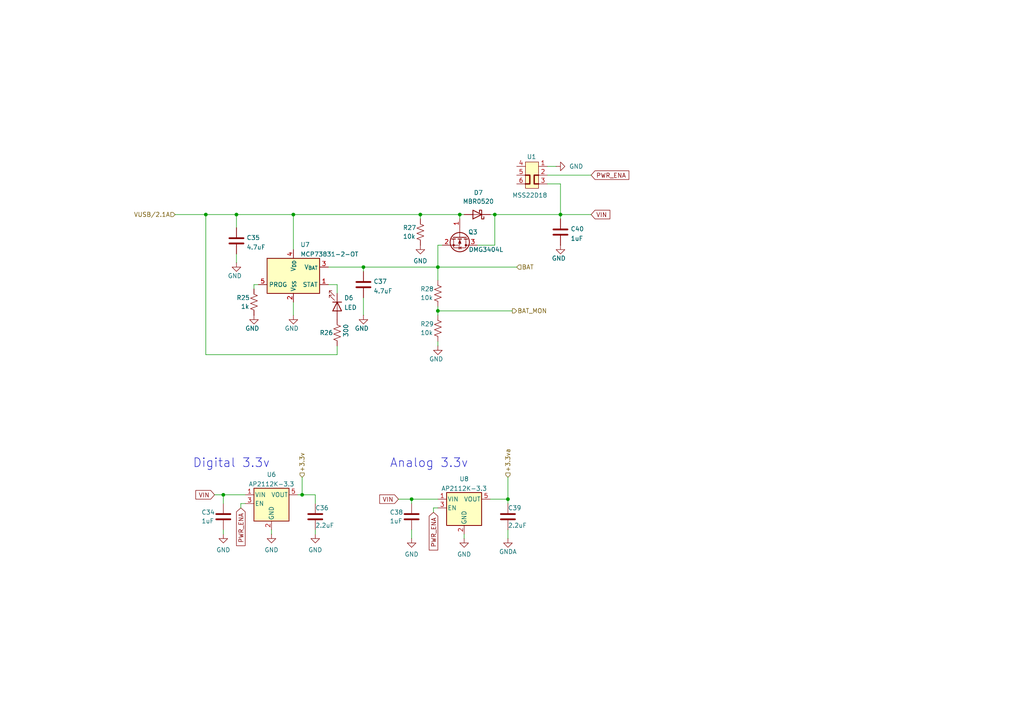
<source format=kicad_sch>
(kicad_sch (version 20250114) (generator "eeschema") (generator_version "9.0")
  (paper "A4")
  (title_block (title "Power supply") (date "2024-10-17") (rev "1") (company "MIREA/Rf-lab.org"))
  (lib_symbols
    (symbol "Battery_Management:MCP73831-2-OT"
      (property "Reference" "U" (at -7.62 6.35 0))
      (property "Value" "MCP73831-2-OT" (at 1.27 6.35 0))
      (symbol "MCP73831-2-OT_0_1"
        (rectangle (start -7.62 5.08) (end 7.62 -5.08) (stroke (width 0.254)) (fill (type background)))
      )
      (symbol "MCP73831-2-OT_1_1"
        (pin input line (at -10.16 -2.54 0) (length 2.54) (name "PROG") (number "5"))
        (pin power_in line (at 0 7.62 270) (length 2.54) (name "V_{DD}") (number "4"))
        (pin power_in line (at 0 -7.62 90) (length 2.54) (name "V_{SS}") (number "2"))
        (pin power_out line (at 10.16 2.54 180) (length 2.54) (name "V_{BAT}") (number "3"))
        (pin tri_state line (at 10.16 -2.54 180) (length 2.54) (name "STAT") (number "1"))
      )
    )
    (symbol "Device:C" (pin_numbers (hide yes)) (pin_names (offset 0.254))
      (property "Reference" "C" (at 0.635 2.54 0))
      (property "Value" "C" (at 0.635 -2.54 0))
      (symbol "C_0_1"
        (polyline (pts (xy -2.032 0.762) (xy 2.032 0.762)) (stroke (width 0.508)))
        (polyline (pts (xy -2.032 -0.762) (xy 2.032 -0.762)) (stroke (width 0.508)))
      )
      (symbol "C_1_1"
        (pin passive line (at 0 3.81 270) (length 2.794) (name "~") (number "1"))
        (pin passive line (at 0 -3.81 90) (length 2.794) (name "~") (number "2"))
      )
    )
    (symbol "Device:LED" (pin_numbers (hide yes)) (pin_names (offset 1.016) (hide yes))
      (property "Reference" "D" (at 0 2.54 0))
      (property "Value" "LED" (at 0 -2.54 0))
      (symbol "LED_0_1"
        (polyline (pts (xy -3.048 -0.762) (xy -4.572 -2.286) (xy -3.81 -2.286) (xy -4.572 -2.286) (xy -4.572 -1.524)))
        (polyline (pts (xy -1.778 -0.762) (xy -3.302 -2.286) (xy -2.54 -2.286) (xy -3.302 -2.286) (xy -3.302 -1.524)))
        (polyline (pts (xy -1.27 0) (xy 1.27 0)))
        (polyline (pts (xy -1.27 -1.27) (xy -1.27 1.27)) (stroke (width 0.254)))
        (polyline (pts (xy 1.27 -1.27) (xy 1.27 1.27) (xy -1.27 0) (xy 1.27 -1.27)) (stroke (width 0.254)))
      )
      (symbol "LED_1_1"
        (pin passive line (at -3.81 0 0) (length 2.54) (name "K") (number "1"))
        (pin passive line (at 3.81 0 180) (length 2.54) (name "A") (number "2"))
      )
    )
    (symbol "Device:R_US" (pin_numbers (hide yes)) (pin_names (offset 0))
      (property "Reference" "R" (at 2.54 0 90))
      (property "Value" "R_US" (at -2.54 0 90))
      (symbol "R_US_0_1"
        (polyline (pts (xy 0 2.286) (xy 0 2.54)))
        (polyline (pts (xy 0 2.286) (xy 1.016 1.905) (xy 0 1.524) (xy -1.016 1.143) (xy 0 0.762)))
        (polyline (pts (xy 0 0.762) (xy 1.016 0.381) (xy 0 0) (xy -1.016 -0.381) (xy 0 -0.762)))
        (polyline (pts (xy 0 -0.762) (xy 1.016 -1.143) (xy 0 -1.524) (xy -1.016 -1.905) (xy 0 -2.286)))
        (polyline (pts (xy 0 -2.286) (xy 0 -2.54)))
      )
      (symbol "R_US_1_1"
        (pin passive line (at 0 3.81 270) (length 1.27) (name "~") (number "1"))
        (pin passive line (at 0 -3.81 90) (length 1.27) (name "~") (number "2"))
      )
    )
    (symbol "Diode:MBR0520" (pin_numbers (hide yes)) (pin_names (offset 1.016) (hide yes))
      (property "Reference" "D" (at 0 2.54 0))
      (property "Value" "MBR0520" (at 0 -2.54 0))
      (symbol "MBR0520_0_1"
        (polyline (pts (xy -1.905 0.635) (xy -1.905 1.27) (xy -1.27 1.27) (xy -1.27 -1.27) (xy -0.635 -1.27) (xy -0.635 -0.635)) (stroke (width 0.254)))
        (polyline (pts (xy 1.27 1.27) (xy 1.27 -1.27) (xy -1.27 0) (xy 1.27 1.27)) (stroke (width 0.254)))
        (polyline (pts (xy 1.27 0) (xy -1.27 0)))
      )
      (symbol "MBR0520_1_1"
        (pin passive line (at -3.81 0 0) (length 2.54) (name "K") (number "1"))
        (pin passive line (at 3.81 0 180) (length 2.54) (name "A") (number "2"))
      )
    )
    (symbol "Regulator_Linear:AP2112K-3.3" (pin_names (offset 0.254))
      (property "Reference" "U" (at -5.08 5.715 0))
      (property "Value" "AP2112K-3.3" (at 0 5.715 0))
      (symbol "AP2112K-3.3_0_1"
        (rectangle (start -5.08 4.445) (end 5.08 -5.08) (stroke (width 0.254)) (fill (type background)))
      )
      (symbol "AP2112K-3.3_1_1"
        (pin power_in line (at -7.62 2.54 0) (length 2.54) (name "VIN") (number "1"))
        (pin input line (at -7.62 0 0) (length 2.54) (name "EN") (number "3"))
        (pin power_in line (at 0 -7.62 90) (length 2.54) (name "GND") (number "2"))
        (pin no_connect line (at 5.08 0 180) (length 2.54) (hide yes) (name "NC") (number "4"))
        (pin power_out line (at 7.62 2.54 180) (length 2.54) (name "VOUT") (number "5"))
      )
    )
    (symbol "Transistor_FET:DMG3404L" (pin_names (offset 0) (hide yes))
      (property "Reference" "Q" (at 5.08 1.905 0))
      (property "Value" "DMG3404L" (at 5.08 0 0))
      (symbol "DMG3404L_0_1"
        (polyline (pts (xy 0.254 1.905) (xy 0.254 -1.905)) (stroke (width 0.254)))
        (polyline (pts (xy 0.254 0) (xy -2.54 0)))
        (polyline (pts (xy 0.762 2.286) (xy 0.762 1.27)) (stroke (width 0.254)))
        (polyline (pts (xy 0.762 0.508) (xy 0.762 -0.508)) (stroke (width 0.254)))
        (polyline (pts (xy 0.762 -1.27) (xy 0.762 -2.286)) (stroke (width 0.254)))
        (polyline (pts (xy 0.762 -1.778) (xy 3.302 -1.778) (xy 3.302 1.778) (xy 0.762 1.778)))
        (polyline (pts (xy 1.016 0) (xy 2.032 0.381) (xy 2.032 -0.381) (xy 1.016 0)) (fill (type outline)))
        (circle (center 1.651 0) (radius 2.794) (stroke (width 0.254)))
        (polyline (pts (xy 2.54 2.54) (xy 2.54 1.778)))
        (circle (center 2.54 1.778) (radius 0.254) (fill (type outline)))
        (circle (center 2.54 -1.778) (radius 0.254) (fill (type outline)))
        (polyline (pts (xy 2.54 -2.54) (xy 2.54 0) (xy 0.762 0)))
        (polyline (pts (xy 2.921 0.381) (xy 3.683 0.381)))
        (polyline (pts (xy 3.302 0.381) (xy 2.921 -0.254) (xy 3.683 -0.254) (xy 3.302 0.381)))
      )
      (symbol "DMG3404L_1_1"
        (pin input line (at -5.08 0 0) (length 2.54) (name "G") (number "1"))
        (pin passive line (at 2.54 5.08 270) (length 2.54) (name "D") (number "3"))
        (pin passive line (at 2.54 -5.08 90) (length 2.54) (name "S") (number "2"))
      )
    )
    (symbol "myocell_s3:MSS22D18"
      (property "Reference" "U" (at -4.826 -0.762 0))
      (property "Value" "MSS22D18" (at 9.144 -0.508 0))
      (symbol "MSS22D18_1_1"
        (rectangle (start -3.81 1.27) (end 3.81 -2.54) (fill (type color) (color 255 255 194 1)))
        (polyline (pts (xy 0 1.27) (xy 0 0) (xy 2.54 0) (xy 2.54 1.27)) (stroke (width 0.381)))
        (polyline (pts (xy 0 -2.54) (xy 0 -1.27) (xy 2.54 -1.27) (xy 2.54 -2.54)) (stroke (width 0.381)))
        (pin input line (at -2.54 3.81 270) (length 2.54) (name "") (number "1"))
        (pin input line (at -2.54 -5.08 90) (length 2.54) (name "") (number "4"))
        (pin input line (at 0 3.81 270) (length 2.54) (name "") (number "2"))
        (pin input line (at 0 -5.08 90) (length 2.54) (name "") (number "5"))
        (pin input line (at 2.54 3.81 270) (length 2.54) (name "") (number "3"))
        (pin input line (at 2.54 -5.08 90) (length 2.54) (name "") (number "6"))
      )
    )
    (symbol "power:GND" (power) (pin_numbers (hide yes)) (pin_names (offset 0) (hide yes))
      (property "Value" "GND" (at 0 -3.81 0))
      (symbol "GND_0_1"
        (polyline (pts (xy 0 0) (xy 0 -1.27) (xy 1.27 -1.27) (xy 0 -2.54) (xy -1.27 -1.27) (xy 0 -1.27)))
      )
      (symbol "GND_1_1"
        (pin power_in line (at 0 0 270) (length 0) (name "~") (number "1"))
      )
    )
    (symbol "power:GNDA" (power) (pin_numbers (hide yes)) (pin_names (offset 0) (hide yes))
      (property "Value" "GNDA" (at 0 -3.81 0))
      (symbol "GNDA_0_1"
        (polyline (pts (xy 0 0) (xy 0 -1.27) (xy 1.27 -1.27) (xy 0 -2.54) (xy -1.27 -1.27) (xy 0 -1.27)))
      )
      (symbol "GNDA_1_1"
        (pin power_in line (at 0 0 270) (length 0) (name "~") (number "1"))
      )
    )
  )
  (text "Analog 3.3v" (at 113.03 135.89 0) (effects (font (size 2.54 2.54)) (justify left bottom)))
  (text "Digital 3.3v" (at 55.88 135.89 0) (effects (font (size 2.54 2.54)) (justify left bottom)))
  (junction (at 68.58 62.23))
  (junction (at 147.32 144.78))
  (junction (at 85.09 62.23))
  (junction (at 64.77 143.51))
  (junction (at 59.69 62.23))
  (junction (at 127 77.47))
  (junction (at 143.51 62.23))
  (junction (at 162.56 62.23))
  (junction (at 127 90.17))
  (junction (at 87.63 143.51))
  (junction (at 119.38 144.78))
  (junction (at 121.92 62.23))
  (junction (at 105.41 77.47))
  (junction (at 133.35 62.23))
  (wire (pts (xy 127 77.47) (xy 127 71.12)))
  (wire (pts (xy 162.56 62.23) (xy 171.45 62.23)))
  (wire (pts (xy 158.75 48.26) (xy 161.29 48.26)))
  (wire (pts (xy 105.41 86.36) (xy 105.41 91.44)))
  (wire (pts (xy 125.73 148.59) (xy 125.73 147.32)))
  (wire (pts (xy 147.32 153.67) (xy 147.32 156.21)))
  (wire (pts (xy 62.23 143.51) (xy 64.77 143.51)))
  (wire (pts (xy 127 90.17) (xy 127 91.44)))
  (wire (pts (xy 97.79 82.55) (xy 97.79 85.09)))
  (wire (pts (xy 59.69 62.23) (xy 68.58 62.23)))
  (wire (pts (xy 134.62 156.21) (xy 134.62 154.94)))
  (wire (pts (xy 68.58 62.23) (xy 85.09 62.23)))
  (wire (pts (xy 147.32 138.43) (xy 147.32 144.78)))
  (wire (pts (xy 68.58 66.04) (xy 68.58 62.23)))
  (wire (pts (xy 119.38 144.78) (xy 119.38 146.05)))
  (wire (pts (xy 85.09 62.23) (xy 85.09 72.39)))
  (wire (pts (xy 143.51 62.23) (xy 162.56 62.23)))
  (wire (pts (xy 133.35 63.5) (xy 133.35 62.23)))
  (wire (pts (xy 119.38 153.67) (xy 119.38 156.21)))
  (wire (pts (xy 87.63 138.43) (xy 87.63 143.51)))
  (wire (pts (xy 69.85 147.32) (xy 69.85 146.05)))
  (wire (pts (xy 119.38 144.78) (xy 127 144.78)))
  (wire (pts (xy 158.75 50.8) (xy 171.45 50.8)))
  (wire (pts (xy 64.77 143.51) (xy 71.12 143.51)))
  (wire (pts (xy 64.77 143.51) (xy 64.77 146.05)))
  (wire (pts (xy 147.32 144.78) (xy 147.32 146.05)))
  (wire (pts (xy 69.85 146.05) (xy 71.12 146.05)))
  (wire (pts (xy 162.56 62.23) (xy 162.56 63.5)))
  (wire (pts (xy 91.44 153.67) (xy 91.44 154.94)))
  (wire (pts (xy 105.41 78.74) (xy 105.41 77.47)))
  (wire (pts (xy 105.41 77.47) (xy 127 77.47)))
  (wire (pts (xy 97.79 102.87) (xy 59.69 102.87)))
  (wire (pts (xy 127 77.47) (xy 149.86 77.47)))
  (wire (pts (xy 143.51 62.23) (xy 143.51 71.12)))
  (wire (pts (xy 74.93 82.55) (xy 73.66 82.55)))
  (wire (pts (xy 147.32 144.78) (xy 142.24 144.78)))
  (wire (pts (xy 97.79 100.33) (xy 97.79 102.87)))
  (wire (pts (xy 73.66 82.55) (xy 73.66 83.82)))
  (wire (pts (xy 128.27 71.12) (xy 127 71.12)))
  (wire (pts (xy 127 100.33) (xy 127 99.06)))
  (wire (pts (xy 158.75 53.34) (xy 162.56 53.34)))
  (wire (pts (xy 125.73 147.32) (xy 127 147.32)))
  (wire (pts (xy 121.92 62.23) (xy 133.35 62.23)))
  (wire (pts (xy 91.44 146.05) (xy 91.44 143.51)))
  (wire (pts (xy 50.8 62.23) (xy 59.69 62.23)))
  (wire (pts (xy 64.77 153.67) (xy 64.77 154.94)))
  (wire (pts (xy 142.24 62.23) (xy 143.51 62.23)))
  (wire (pts (xy 143.51 71.12) (xy 138.43 71.12)))
  (wire (pts (xy 68.58 73.66) (xy 68.58 76.2)))
  (wire (pts (xy 86.36 143.51) (xy 87.63 143.51)))
  (wire (pts (xy 91.44 143.51) (xy 87.63 143.51)))
  (wire (pts (xy 127 81.28) (xy 127 77.47)))
  (wire (pts (xy 162.56 53.34) (xy 162.56 62.23)))
  (wire (pts (xy 59.69 102.87) (xy 59.69 62.23)))
  (wire (pts (xy 121.92 63.5) (xy 121.92 62.23)))
  (wire (pts (xy 115.57 144.78) (xy 119.38 144.78)))
  (wire (pts (xy 85.09 62.23) (xy 121.92 62.23)))
  (wire (pts (xy 133.35 62.23) (xy 134.62 62.23)))
  (wire (pts (xy 95.25 82.55) (xy 97.79 82.55)))
  (wire (pts (xy 127 88.9) (xy 127 90.17)))
  (wire (pts (xy 85.09 87.63) (xy 85.09 91.44)))
  (wire (pts (xy 95.25 77.47) (xy 105.41 77.47)))
  (wire (pts (xy 78.74 154.94) (xy 78.74 153.67)))
  (wire (pts (xy 148.59 90.17) (xy 127 90.17)))
  (global_label "VIN" (shape input) (at 171.45 62.23 0) (property "Intersheetrefs" "${INTERSHEET_REFS}" (effects (hide yes))))
  (global_label "VIN" (shape input) (at 62.23 143.51 180) (property "Intersheetrefs" "${INTERSHEET_REFS}" (effects (hide yes))))
  (global_label "PWR_ENA" (shape input) (at 125.73 148.59 270) (property "Intersheetrefs" "${INTERSHEET_REFS}" (effects (hide yes))))
  (global_label "PWR_ENA" (shape input) (at 171.45 50.8 0) (property "Intersheetrefs" "${INTERSHEET_REFS}" (effects (hide yes))))
  (global_label "PWR_ENA" (shape input) (at 69.85 147.32 270) (property "Intersheetrefs" "${INTERSHEET_REFS}" (effects (hide yes))))
  (global_label "VIN" (shape input) (at 115.57 144.78 180) (property "Intersheetrefs" "${INTERSHEET_REFS}" (effects (hide yes))))
  (hierarchical_label "+3.3va" (shape input) (at 147.32 138.43 90))
  (hierarchical_label "BAT" (shape input) (at 149.86 77.47 0))
  (hierarchical_label "BAT_MON" (shape output) (at 148.59 90.17 0))
  (hierarchical_label "VUSB{slash}2.1A" (shape input) (at 50.8 62.23 180))
  (hierarchical_label "+3.3v" (shape input) (at 87.63 138.43 90))
  (symbol (lib_id "Device:R_US") (at 127 85.09 180) (unit 1)
    (property "Reference" "R28" (at 121.92 83.82 0) (effects (justify right)))
    (property "Value" "10k" (at 121.92 86.36 0) (effects (justify right)))
    (property "Footprint" "Resistor_SMD:R_0805_2012Metric_Pad1.20x1.40mm_HandSolder" (effects (hide yes)))
    (property "Description" "Resistor, US symbol" (effects (hide yes)))
    (instances (project "myocell2" (path "" (reference "R28") (unit 1))) (project "myocell2" (path "" (reference "R?") (unit 1))) (project "ADS1292EMG2x" (path "" (reference "R?") (unit 1))))
  )
  (symbol (lib_id "Regulator_Linear:AP2112K-3.3") (at 134.62 147.32 0) (unit 1)
    (property "Reference" "U8" (at 134.62 138.9085 0))
    (property "Value" "AP2112K-3.3" (at 134.62 141.6836 0))
    (property "Footprint" "Package_TO_SOT_SMD:SOT-23-5" (effects (hide yes)))
    (property "Datasheet" "https://www.diodes.com/assets/Datasheets/AP2112.pdf" (effects (hide yes)))
    (property "Description" "600mA low dropout linear regulator, with enable pin, 3.8V-6V input voltage range, 3.3V fixed positive output, SOT-23-5" (effects (hide yes)))
    (instances (project "myocell2" (path "" (reference "U8") (unit 1))) (project "myocell2" (path "" (reference "U?") (unit 1))) (project "ADS1292EMG2x" (path "" (reference "U?") (unit 1))))
  )
  (symbol (lib_id "power:GND") (at 73.66 91.44 0) (unit 1)
    (property "Reference" "#PWR066" (effects (hide yes)))
    (property "Value" "GND" (at 71.12 95.25 0) (effects (justify left)))
    (property "Description" "Power symbol creates a global label with name \"GND\" , ground" (effects (hide yes)))
    (instances (project "myocell2" (path "" (reference "#PWR066") (unit 1))) (project "myocell2" (path "" (reference "#PWR?") (unit 1))) (project "ADS1292EMG2x" (path "" (reference "#PWR?") (unit 1))))
  )
  (symbol (lib_id "Device:C") (at 105.41 82.55 0) (unit 1)
    (property "Reference" "C37" (at 108.331 81.6415 0) (effects (justify left)))
    (property "Value" "4.7uF" (at 108.331 84.4166 0) (effects (justify left)))
    (property "Footprint" "Capacitor_SMD:C_0805_2012Metric_Pad1.18x1.45mm_HandSolder" (effects (hide yes)))
    (property "Description" "Unpolarized capacitor" (effects (hide yes)))
    (instances (project "myocell2" (path "" (reference "C37") (unit 1))) (project "myocell2" (path "" (reference "C?") (unit 1))) (project "ADS1292EMG2x" (path "" (reference "C?") (unit 1))))
  )
  (symbol (lib_id "power:GND") (at 162.56 71.12 0) (unit 1)
    (property "Reference" "#PWR077" (effects (hide yes)))
    (property "Value" "GND" (at 160.02 74.93 0) (effects (justify left)))
    (property "Description" "Power symbol creates a global label with name \"GND\" , ground" (effects (hide yes)))
    (instances (project "myocell2" (path "" (reference "#PWR077") (unit 1))) (project "myocell2" (path "" (reference "#PWR?") (unit 1))) (project "ADS1292EMG2x" (path "" (reference "#PWR?") (unit 1))))
  )
  (symbol (lib_id "power:GND") (at 78.74 154.94 0) (unit 1)
    (property "Reference" "#PWR067" (effects (hide yes)))
    (property "Value" "GND" (at 78.74 159.5025 0))
    (property "Description" "Power symbol creates a global label with name \"GND\" , ground" (effects (hide yes)))
    (instances (project "myocell2" (path "" (reference "#PWR067") (unit 1))) (project "myocell2" (path "" (reference "#PWR?") (unit 1))) (project "ADS1292EMG2x" (path "" (reference "#PWR?") (unit 1))))
  )
  (symbol (lib_id "Device:R_US") (at 127 95.25 180) (unit 1)
    (property "Reference" "R29" (at 121.92 93.98 0) (effects (justify right)))
    (property "Value" "10k" (at 121.92 96.52 0) (effects (justify right)))
    (property "Footprint" "Resistor_SMD:R_0805_2012Metric_Pad1.20x1.40mm_HandSolder" (effects (hide yes)))
    (property "Description" "Resistor, US symbol" (effects (hide yes)))
    (instances (project "myocell2" (path "" (reference "R29") (unit 1))) (project "myocell2" (path "" (reference "R?") (unit 1))) (project "ADS1292EMG2x" (path "" (reference "R?") (unit 1))))
  )
  (symbol (lib_id "power:GND") (at 64.77 154.94 0) (unit 1)
    (property "Reference" "#PWR064" (effects (hide yes)))
    (property "Value" "GND" (at 64.77 159.5025 0))
    (property "Description" "Power symbol creates a global label with name \"GND\" , ground" (effects (hide yes)))
    (instances (project "myocell2" (path "" (reference "#PWR064") (unit 1))) (project "myocell2" (path "" (reference "#PWR?") (unit 1))) (project "ADS1292EMG2x" (path "" (reference "#PWR?") (unit 1))))
  )
  (symbol (lib_id "power:GND") (at 85.09 91.44 0) (unit 1)
    (property "Reference" "#PWR068" (effects (hide yes)))
    (property "Value" "GND" (at 82.55 95.25 0) (effects (justify left)))
    (property "Description" "Power symbol creates a global label with name \"GND\" , ground" (effects (hide yes)))
    (instances (project "myocell2" (path "" (reference "#PWR068") (unit 1))) (project "myocell2" (path "" (reference "#PWR?") (unit 1))) (project "ADS1292EMG2x" (path "" (reference "#PWR?") (unit 1))))
  )
  (symbol (lib_id "power:GND") (at 91.44 154.94 0) (unit 1)
    (property "Reference" "#PWR069" (effects (hide yes)))
    (property "Value" "GND" (at 91.44 159.5025 0))
    (property "Description" "Power symbol creates a global label with name \"GND\" , ground" (effects (hide yes)))
    (instances (project "myocell2" (path "" (reference "#PWR069") (unit 1))) (project "myocell2" (path "" (reference "#PWR?") (unit 1))) (project "ADS1292EMG2x" (path "" (reference "#PWR?") (unit 1))))
  )
  (symbol (lib_id "Device:R_US") (at 121.92 67.31 180) (unit 1)
    (property "Reference" "R27" (at 116.84 66.04 0) (effects (justify right)))
    (property "Value" "10k" (at 116.84 68.58 0) (effects (justify right)))
    (property "Footprint" "Resistor_SMD:R_0805_2012Metric_Pad1.20x1.40mm_HandSolder" (effects (hide yes)))
    (property "Description" "Resistor, US symbol" (effects (hide yes)))
    (instances (project "myocell2" (path "" (reference "R27") (unit 1))) (project "myocell2" (path "" (reference "R?") (unit 1))) (project "ADS1292EMG2x" (path "" (reference "R?") (unit 1))))
  )
  (symbol (lib_id "Transistor_FET:DMG3404L") (at 133.35 68.58 270) (unit 1)
    (property "Reference" "Q3" (at 137.16 67.31 90))
    (property "Value" "DMG3404L" (at 140.97 72.39 90))
    (property "Footprint" "Package_TO_SOT_SMD:SOT-23" (effects (hide yes)))
    (property "Datasheet" "http://www.diodes.com/assets/Datasheets/DMG3404L.pdf" (effects (hide yes)))
    (property "Description" "5.8A Id, 30V Vds, N-Channel MOSFET, SOT-23" (effects (hide yes)))
    (instances (project "myocell2" (path "" (reference "Q3") (unit 1))) (project "myocell2" (path "" (reference "Q?") (unit 1))) (project "ADS1292EMG2x" (path "" (reference "Q?") (unit 1))))
  )
  (symbol (lib_id "power:GND") (at 121.92 71.12 0) (unit 1)
    (property "Reference" "#PWR072" (effects (hide yes)))
    (property "Value" "GND" (at 121.92 75.6825 0))
    (property "Description" "Power symbol creates a global label with name \"GND\" , ground" (effects (hide yes)))
    (instances (project "myocell2" (path "" (reference "#PWR072") (unit 1))) (project "myocell2" (path "" (reference "#PWR?") (unit 1))) (project "ADS1292EMG2x" (path "" (reference "#PWR?") (unit 1))))
  )
  (symbol (lib_id "power:GND") (at 119.38 156.21 0) (unit 1)
    (property "Reference" "#PWR071" (effects (hide yes)))
    (property "Value" "GND" (at 119.38 160.7725 0))
    (property "Description" "Power symbol creates a global label with name \"GND\" , ground" (effects (hide yes)))
    (instances (project "myocell2" (path "" (reference "#PWR071") (unit 1))) (project "myocell2" (path "" (reference "#PWR?") (unit 1))) (project "ADS1292EMG2x" (path "" (reference "#PWR?") (unit 1))))
  )
  (symbol (lib_id "Regulator_Linear:AP2112K-3.3") (at 78.74 146.05 0) (unit 1)
    (property "Reference" "U6" (at 78.74 137.6385 0))
    (property "Value" "AP2112K-3.3" (at 78.74 140.4136 0))
    (property "Footprint" "Package_TO_SOT_SMD:SOT-23-5" (effects (hide yes)))
    (property "Datasheet" "https://www.diodes.com/assets/Datasheets/AP2112.pdf" (effects (hide yes)))
    (property "Description" "600mA low dropout linear regulator, with enable pin, 3.8V-6V input voltage range, 3.3V fixed positive output, SOT-23-5" (effects (hide yes)))
    (instances (project "myocell2" (path "" (reference "U6") (unit 1))) (project "myocell2" (path "" (reference "U?") (unit 1))) (project "ADS1292EMG2x" (path "" (reference "U?") (unit 1))))
  )
  (symbol (lib_id "Device:C") (at 147.32 149.86 180) (unit 1)
    (property "Reference" "C39" (at 147.32 147.32 0) (effects (justify right)))
    (property "Value" "2.2uF" (at 147.32 152.4 0) (effects (justify right)))
    (property "Footprint" "Capacitor_SMD:C_0805_2012Metric_Pad1.18x1.45mm_HandSolder" (effects (hide yes)))
    (property "Description" "Unpolarized capacitor" (effects (hide yes)))
    (instances (project "myocell2" (path "" (reference "C39") (unit 1))) (project "myocell2" (path "" (reference "C?") (unit 1))) (project "ADS1292EMG2x" (path "" (reference "C?") (unit 1))))
  )
  (symbol (lib_id "power:GND") (at 127 100.33 0) (unit 1)
    (property "Reference" "#PWR073" (effects (hide yes)))
    (property "Value" "GND" (at 124.46 104.14 0) (effects (justify left)))
    (property "Description" "Power symbol creates a global label with name \"GND\" , ground" (effects (hide yes)))
    (instances (project "myocell2" (path "" (reference "#PWR073") (unit 1))) (project "myocell2" (path "" (reference "#PWR?") (unit 1))) (project "ADS1292EMG2x" (path "" (reference "#PWR?") (unit 1))))
  )
  (symbol (lib_id "power:GND") (at 68.58 76.2 0) (unit 1)
    (property "Reference" "#PWR065" (effects (hide yes)))
    (property "Value" "GND" (at 66.04 80.01 0) (effects (justify left)))
    (property "Description" "Power symbol creates a global label with name \"GND\" , ground" (effects (hide yes)))
    (instances (project "myocell2" (path "" (reference "#PWR065") (unit 1))) (project "myocell2" (path "" (reference "#PWR?") (unit 1))) (project "ADS1292EMG2x" (path "" (reference "#PWR?") (unit 1))))
  )
  (symbol (lib_id "Device:C") (at 162.56 67.31 180) (unit 1)
    (property "Reference" "C40" (at 165.481 66.4015 0) (effects (justify right)))
    (property "Value" "1uF" (at 165.481 69.1766 0) (effects (justify right)))
    (property "Footprint" "Capacitor_SMD:C_0805_2012Metric_Pad1.18x1.45mm_HandSolder" (effects (hide yes)))
    (property "Description" "Unpolarized capacitor" (effects (hide yes)))
    (instances (project "myocell2" (path "" (reference "C40") (unit 1))) (project "myocell2" (path "" (reference "C?") (unit 1))) (project "ADS1292EMG2x" (path "" (reference "C?") (unit 1))))
  )
  (symbol (lib_id "power:GND") (at 134.62 156.21 0) (unit 1)
    (property "Reference" "#PWR074" (effects (hide yes)))
    (property "Value" "GND" (at 134.62 160.7725 0))
    (property "Description" "Power symbol creates a global label with name \"GND\" , ground" (effects (hide yes)))
    (instances (project "myocell2" (path "" (reference "#PWR074") (unit 1))) (project "myocell2" (path "" (reference "#PWR?") (unit 1))) (project "ADS1292EMG2x" (path "" (reference "#PWR?") (unit 1))))
  )
  (symbol (lib_id "power:GND") (at 161.29 48.26 90) (unit 1)
    (property "Reference" "#PWR076" (effects (hide yes)))
    (property "Value" "GND" (at 169.164 48.26 90) (effects (justify left)))
    (property "Description" "Power symbol creates a global label with name \"GND\" , ground" (effects (hide yes)))
    (instances (project "myocell2" (path "" (reference "#PWR076") (unit 1))) (project "myocell2" (path "" (reference "#PWR?") (unit 1))) (project "ADS1292EMG2x" (path "" (reference "#PWR?") (unit 1))))
  )
  (symbol (lib_id "Device:LED") (at 97.79 88.9 270) (unit 1)
    (property "Reference" "D6" (at 99.822 86.404 90) (effects (justify left)))
    (property "Value" "LED" (at 99.822 89.1791 90) (effects (justify left)))
    (property "Footprint" "LED_SMD:LED_0805_2012Metric_Pad1.15x1.40mm_HandSolder" (effects (hide yes)))
    (property "Description" "Light emitting diode" (effects (hide yes)))
    (property "Sim.Pins" "1=K 2=A" (effects (hide yes)))
    (instances (project "myocell2" (path "" (reference "D6") (unit 1))) (project "myocell2" (path "" (reference "D?") (unit 1))) (project "ADS1292EMG2x" (path "" (reference "D?") (unit 1))))
  )
  (symbol (lib_id "Device:C") (at 68.58 69.85 180) (unit 1)
    (property "Reference" "C35" (at 71.501 68.9415 0) (effects (justify right)))
    (property "Value" "4.7uF" (at 71.501 71.7166 0) (effects (justify right)))
    (property "Footprint" "Capacitor_SMD:C_0805_2012Metric_Pad1.18x1.45mm_HandSolder" (effects (hide yes)))
    (property "Description" "Unpolarized capacitor" (effects (hide yes)))
    (instances (project "myocell2" (path "" (reference "C35") (unit 1))) (project "myocell2" (path "" (reference "C?") (unit 1))) (project "ADS1292EMG2x" (path "" (reference "C?") (unit 1))))
  )
  (symbol (lib_id "Device:R_US") (at 73.66 87.63 180) (unit 1)
    (property "Reference" "R25" (at 68.58 86.36 0) (effects (justify right)))
    (property "Value" "1k" (at 69.85 88.9 0) (effects (justify right)))
    (property "Footprint" "Resistor_SMD:R_0805_2012Metric_Pad1.20x1.40mm_HandSolder" (effects (hide yes)))
    (property "Description" "Resistor, US symbol" (effects (hide yes)))
    (instances (project "myocell2" (path "" (reference "R25") (unit 1))) (project "myocell2" (path "" (reference "R?") (unit 1))) (project "ADS1292EMG2x" (path "" (reference "R?") (unit 1))))
  )
  (symbol (lib_id "power:GNDA") (at 147.32 156.21 0) (unit 1)
    (property "Reference" "#PWR075" (effects (hide yes)))
    (property "Value" "GNDA" (at 147.32 160.02 0))
    (property "Description" "Power symbol creates a global label with name \"GNDA\" , analog ground" (effects (hide yes)))
  )
  (symbol (lib_id "Device:C") (at 64.77 149.86 180) (unit 1)
    (property "Reference" "C34" (at 58.42 148.59 0) (effects (justify right)))
    (property "Value" "1uF" (at 58.42 151.13 0) (effects (justify right)))
    (property "Footprint" "Capacitor_SMD:C_0805_2012Metric_Pad1.18x1.45mm_HandSolder" (effects (hide yes)))
    (property "Description" "Unpolarized capacitor" (effects (hide yes)))
    (instances (project "myocell2" (path "" (reference "C34") (unit 1))) (project "myocell2" (path "" (reference "C?") (unit 1))) (project "ADS1292EMG2x" (path "" (reference "C?") (unit 1))))
  )
  (symbol (lib_id "power:GND") (at 105.41 91.44 0) (unit 1)
    (property "Reference" "#PWR070" (effects (hide yes)))
    (property "Value" "GND" (at 102.87 95.25 0) (effects (justify left)))
    (property "Description" "Power symbol creates a global label with name \"GND\" , ground" (effects (hide yes)))
    (instances (project "myocell2" (path "" (reference "#PWR070") (unit 1))) (project "myocell2" (path "" (reference "#PWR?") (unit 1))) (project "ADS1292EMG2x" (path "" (reference "#PWR?") (unit 1))))
  )
  (symbol (lib_id "Diode:MBR0520") (at 138.43 62.23 180) (unit 1)
    (property "Reference" "D7" (at 138.7475 55.88 0))
    (property "Value" "MBR0520" (at 138.7475 58.42 0))
    (property "Footprint" "Diode_SMD:D_SOD-123" (effects (hide yes)))
    (property "Datasheet" "http://www.mccsemi.com/up_pdf/MBR0520~MBR0580(SOD123).pdf" (effects (hide yes)))
    (property "Description" "20V 0.5A Schottky Power Rectifier Diode, SOD-123" (effects (hide yes)))
  )
  (symbol (lib_id "Battery_Management:MCP73831-2-OT") (at 85.09 80.01 0) (unit 1)
    (property "Reference" "U7" (at 87.1094 70.9635 0) (effects (justify left)))
    (property "Value" "MCP73831-2-OT" (at 87.1094 73.7386 0) (effects (justify left)))
    (property "Footprint" "Package_TO_SOT_SMD:SOT-23-5" (effects (hide yes)))
    (property "Datasheet" "http://ww1.microchip.com/downloads/en/DeviceDoc/20001984g.pdf" (effects (hide yes)))
    (property "Description" "Single cell, Li-Ion/Li-Po charge management controller, 4.20V, Tri-State Status Output, in SOT23-5 package" (effects (hide yes)))
    (instances (project "myocell2" (path "" (reference "U7") (unit 1))) (project "myocell2" (path "" (reference "U?") (unit 1))) (project "ADS1292EMG2x" (path "" (reference "U?") (unit 1))))
  )
  (symbol (lib_id "Device:R_US") (at 97.79 96.52 180) (unit 1)
    (property "Reference" "R26" (at 92.71 96.52 0) (effects (justify right)))
    (property "Value" "300" (at 100.33 97.79 90) (effects (justify right)))
    (property "Footprint" "Resistor_SMD:R_0805_2012Metric_Pad1.20x1.40mm_HandSolder" (effects (hide yes)))
    (property "Description" "Resistor, US symbol" (effects (hide yes)))
    (instances (project "myocell2" (path "" (reference "R26") (unit 1))) (project "myocell2" (path "" (reference "R?") (unit 1))) (project "ADS1292EMG2x" (path "" (reference "R?") (unit 1))))
  )
  (symbol (lib_id "Device:C") (at 91.44 149.86 180) (unit 1)
    (property "Reference" "C36" (at 91.44 147.32 0) (effects (justify right)))
    (property "Value" "2.2uF" (at 91.44 152.4 0) (effects (justify right)))
    (property "Footprint" "Capacitor_SMD:C_0805_2012Metric_Pad1.18x1.45mm_HandSolder" (effects (hide yes)))
    (property "Description" "Unpolarized capacitor" (effects (hide yes)))
    (instances (project "myocell2" (path "" (reference "C36") (unit 1))) (project "myocell2" (path "" (reference "C?") (unit 1))) (project "ADS1292EMG2x" (path "" (reference "C?") (unit 1))))
  )
  (symbol (lib_id "Device:C") (at 119.38 149.86 180) (unit 1)
    (property "Reference" "C38" (at 113.03 148.59 0) (effects (justify right)))
    (property "Value" "1uF" (at 113.03 151.13 0) (effects (justify right)))
    (property "Footprint" "Capacitor_SMD:C_0805_2012Metric_Pad1.18x1.45mm_HandSolder" (effects (hide yes)))
    (property "Description" "Unpolarized capacitor" (effects (hide yes)))
    (instances (project "myocell2" (path "" (reference "C38") (unit 1))) (project "myocell2" (path "" (reference "C?") (unit 1))) (project "ADS1292EMG2x" (path "" (reference "C?") (unit 1))))
  )
  (symbol (lib_id "myocell_s3:MSS22D18") (at 154.94 50.8 270) (unit 1)
    (property "Reference" "U1" (at 154.178 45.466 90))
    (property "Value" "MSS22D18" (at 153.67 56.642 90))
    (property "Footprint" "emg:MSS22D18" (effects (hide yes)))
  )
)
</source>
